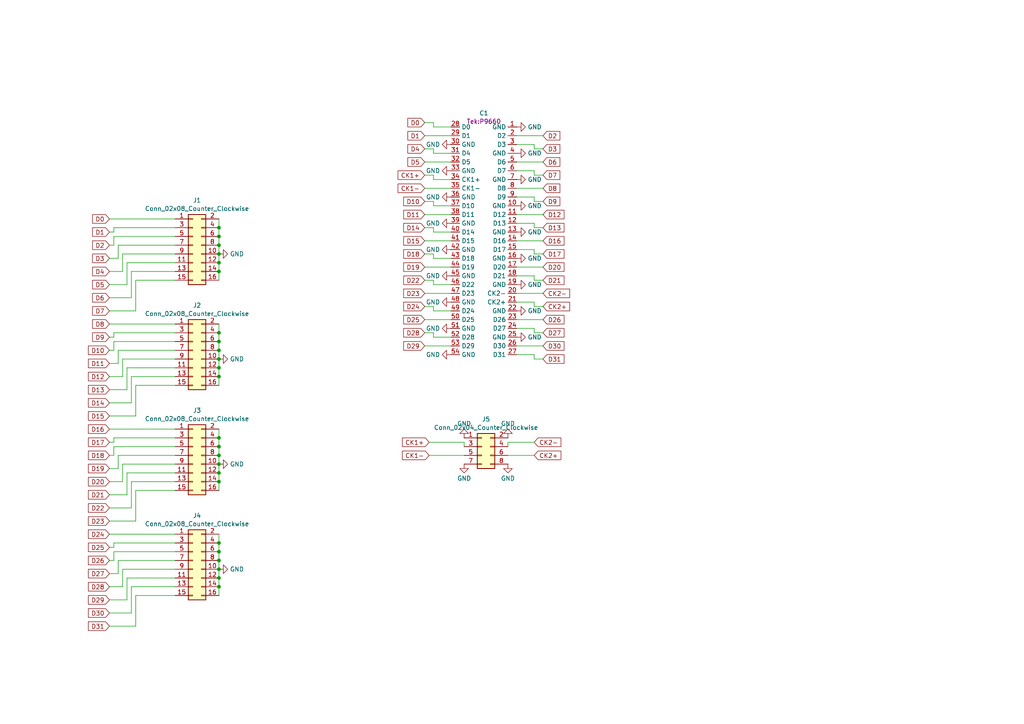
<source format=kicad_sch>
(kicad_sch (version 20231120) (generator "eeschema") (generator_version "8.0")
  (paper "A4")
  (lib_symbols
    (symbol "Connector_Generic:Conn_02x04_Odd_Even" (pin_names (offset 1.016) hide)
      (property "Reference" "J" (at 1.27 5.08 0))
      (property "Value" "Conn_02x04_Odd_Even" (at 1.27 -7.62 0))
      (symbol "Conn_02x04_Odd_Even_1_1"
        (rectangle (start -1.27 -4.953) (end 0 -5.207) (stroke (width 0.1524)))
        (rectangle (start -1.27 -2.413) (end 0 -2.667) (stroke (width 0.1524)))
        (rectangle (start -1.27 0.127) (end 0 -0.127) (stroke (width 0.1524)))
        (rectangle (start -1.27 2.667) (end 0 2.413) (stroke (width 0.1524)))
        (rectangle (start -1.27 3.81) (end 3.81 -6.35) (stroke (width 0.254)) (fill (type background)))
        (rectangle (start 3.81 -4.953) (end 2.54 -5.207) (stroke (width 0.1524)))
        (rectangle (start 3.81 -2.413) (end 2.54 -2.667) (stroke (width 0.1524)))
        (rectangle (start 3.81 0.127) (end 2.54 -0.127) (stroke (width 0.1524)))
        (rectangle (start 3.81 2.667) (end 2.54 2.413) (stroke (width 0.1524)))
        (pin passive line (at -5.08 2.54 0) (length 3.81) (name "Pin_1") (number "1"))
        (pin passive line (at 7.62 2.54 180) (length 3.81) (name "Pin_2") (number "2"))
        (pin passive line (at -5.08 0 0) (length 3.81) (name "Pin_3") (number "3"))
        (pin passive line (at 7.62 0 180) (length 3.81) (name "Pin_4") (number "4"))
        (pin passive line (at -5.08 -2.54 0) (length 3.81) (name "Pin_5") (number "5"))
        (pin passive line (at 7.62 -2.54 180) (length 3.81) (name "Pin_6") (number "6"))
        (pin passive line (at -5.08 -5.08 0) (length 3.81) (name "Pin_7") (number "7"))
        (pin passive line (at 7.62 -5.08 180) (length 3.81) (name "Pin_8") (number "8"))
      )
    )
    (symbol "Connector_Generic:Conn_02x08_Odd_Even" (pin_names (offset 1.016) hide)
      (property "Reference" "J" (at 1.27 10.16 0))
      (property "Value" "Conn_02x08_Odd_Even" (at 1.27 -12.7 0))
      (symbol "Conn_02x08_Odd_Even_1_1"
        (rectangle (start -1.27 -10.033) (end 0 -10.287) (stroke (width 0.1524)))
        (rectangle (start -1.27 -7.493) (end 0 -7.747) (stroke (width 0.1524)))
        (rectangle (start -1.27 -4.953) (end 0 -5.207) (stroke (width 0.1524)))
        (rectangle (start -1.27 -2.413) (end 0 -2.667) (stroke (width 0.1524)))
        (rectangle (start -1.27 0.127) (end 0 -0.127) (stroke (width 0.1524)))
        (rectangle (start -1.27 2.667) (end 0 2.413) (stroke (width 0.1524)))
        (rectangle (start -1.27 5.207) (end 0 4.953) (stroke (width 0.1524)))
        (rectangle (start -1.27 7.747) (end 0 7.493) (stroke (width 0.1524)))
        (rectangle (start -1.27 8.89) (end 3.81 -11.43) (stroke (width 0.254)) (fill (type background)))
        (rectangle (start 3.81 -10.033) (end 2.54 -10.287) (stroke (width 0.1524)))
        (rectangle (start 3.81 -7.493) (end 2.54 -7.747) (stroke (width 0.1524)))
        (rectangle (start 3.81 -4.953) (end 2.54 -5.207) (stroke (width 0.1524)))
        (rectangle (start 3.81 -2.413) (end 2.54 -2.667) (stroke (width 0.1524)))
        (rectangle (start 3.81 0.127) (end 2.54 -0.127) (stroke (width 0.1524)))
        (rectangle (start 3.81 2.667) (end 2.54 2.413) (stroke (width 0.1524)))
        (rectangle (start 3.81 5.207) (end 2.54 4.953) (stroke (width 0.1524)))
        (rectangle (start 3.81 7.747) (end 2.54 7.493) (stroke (width 0.1524)))
        (pin passive line (at -5.08 7.62 0) (length 3.81) (name "Pin_1") (number "1"))
        (pin passive line (at 7.62 -2.54 180) (length 3.81) (name "Pin_10") (number "10"))
        (pin passive line (at -5.08 -5.08 0) (length 3.81) (name "Pin_11") (number "11"))
        (pin passive line (at 7.62 -5.08 180) (length 3.81) (name "Pin_12") (number "12"))
        (pin passive line (at -5.08 -7.62 0) (length 3.81) (name "Pin_13") (number "13"))
        (pin passive line (at 7.62 -7.62 180) (length 3.81) (name "Pin_14") (number "14"))
        (pin passive line (at -5.08 -10.16 0) (length 3.81) (name "Pin_15") (number "15"))
        (pin passive line (at 7.62 -10.16 180) (length 3.81) (name "Pin_16") (number "16"))
        (pin passive line (at 7.62 7.62 180) (length 3.81) (name "Pin_2") (number "2"))
        (pin passive line (at -5.08 5.08 0) (length 3.81) (name "Pin_3") (number "3"))
        (pin passive line (at 7.62 5.08 180) (length 3.81) (name "Pin_4") (number "4"))
        (pin passive line (at -5.08 2.54 0) (length 3.81) (name "Pin_5") (number "5"))
        (pin passive line (at 7.62 2.54 180) (length 3.81) (name "Pin_6") (number "6"))
        (pin passive line (at -5.08 0 0) (length 3.81) (name "Pin_7") (number "7"))
        (pin passive line (at 7.62 0 180) (length 3.81) (name "Pin_8") (number "8"))
        (pin passive line (at -5.08 -2.54 0) (length 3.81) (name "Pin_9") (number "9"))
      )
    )
    (symbol "power:GND" (power) (pin_numbers hide) (pin_names (offset 0) hide)
      (property "Value" "GND" (at 0 -3.81 0))
      (symbol "GND_0_1"
        (polyline (pts (xy 0 0) (xy 0 -1.27) (xy 1.27 -1.27) (xy 0 -2.54) (xy -1.27 -1.27) (xy 0 -1.27)))
      )
      (symbol "GND_1_1"
        (pin power_in line (at 0 0 270) (length 0) (name "~") (number "1"))
      )
    )
    (symbol "tek:P9660"
      (property "Reference" "C" (at 50.8 0 0))
      (property "Footprint" "Tek:P9660" (at 57.912 0.254 0))
      (symbol "P9660_1_1"
        (pin input line (at 3.81 38.1 180) (length 2.54) (name "GND") (number "1"))
        (pin input line (at 3.81 15.24 180) (length 2.54) (name "GND") (number "10"))
        (pin input line (at 3.81 12.7 180) (length 2.54) (name "D12") (number "11"))
        (pin input line (at 3.81 10.16 180) (length 2.54) (name "D13") (number "12"))
        (pin input line (at 3.81 7.62 180) (length 2.54) (name "GND") (number "13"))
        (pin input line (at 3.81 5.08 180) (length 2.54) (name "D16") (number "14"))
        (pin input line (at 3.81 2.54 180) (length 2.54) (name "D17") (number "15"))
        (pin input line (at 3.81 0 180) (length 2.54) (name "GND") (number "16"))
        (pin input line (at 3.81 -2.54 180) (length 2.54) (name "D20") (number "17"))
        (pin input line (at 3.81 -5.08 180) (length 2.54) (name "D21") (number "18"))
        (pin input line (at 3.81 -7.62 180) (length 2.54) (name "GND") (number "19"))
        (pin input line (at 3.81 35.56 180) (length 2.54) (name "D2") (number "2"))
        (pin input line (at 3.81 -10.16 180) (length 2.54) (name "CK2-") (number "20"))
        (pin input line (at 3.81 -12.7 180) (length 2.54) (name "CK2+") (number "21"))
        (pin input line (at 3.81 -15.24 180) (length 2.54) (name "GND") (number "22"))
        (pin input line (at 3.81 -17.78 180) (length 2.54) (name "D26") (number "23"))
        (pin input line (at 3.81 -20.32 180) (length 2.54) (name "D27") (number "24"))
        (pin input line (at 3.81 -22.86 180) (length 2.54) (name "GND") (number "25"))
        (pin input line (at 3.81 -25.4 180) (length 2.54) (name "D30") (number "26"))
        (pin input line (at 3.81 -27.94 180) (length 2.54) (name "D31") (number "27"))
        (pin input line (at -15.24 38.1 0) (length 2.54) (name "D0") (number "28"))
        (pin input line (at -15.24 35.56 0) (length 2.54) (name "D1") (number "29"))
        (pin input line (at 3.81 33.02 180) (length 2.54) (name "D3") (number "3"))
        (pin input line (at -15.24 33.02 0) (length 2.54) (name "GND") (number "30"))
        (pin input line (at -15.24 30.48 0) (length 2.54) (name "D4") (number "31"))
        (pin input line (at -15.24 27.94 0) (length 2.54) (name "D5") (number "32"))
        (pin input line (at -15.24 25.4 0) (length 2.54) (name "GND") (number "33"))
        (pin input line (at -15.24 22.86 0) (length 2.54) (name "CK1+") (number "34"))
        (pin input line (at -15.24 20.32 0) (length 2.54) (name "CK1-") (number "35"))
        (pin input line (at -15.24 17.78 0) (length 2.54) (name "GND") (number "36"))
        (pin input line (at -15.24 15.24 0) (length 2.54) (name "D10") (number "37"))
        (pin input line (at -15.24 12.7 0) (length 2.54) (name "D11") (number "38"))
        (pin input line (at -15.24 10.16 0) (length 2.54) (name "GND") (number "39"))
        (pin input line (at 3.81 30.48 180) (length 2.54) (name "GND") (number "4"))
        (pin input line (at -15.24 7.62 0) (length 2.54) (name "D14") (number "40"))
        (pin input line (at -15.24 5.08 0) (length 2.54) (name "D15") (number "41"))
        (pin input line (at -15.24 2.54 0) (length 2.54) (name "GND") (number "42"))
        (pin input line (at -15.24 0 0) (length 2.54) (name "D18") (number "43"))
        (pin input line (at -15.24 -2.54 0) (length 2.54) (name "D19") (number "44"))
        (pin input line (at -15.24 -5.08 0) (length 2.54) (name "GND") (number "45"))
        (pin input line (at -15.24 -7.62 0) (length 2.54) (name "D22") (number "46"))
        (pin input line (at -15.24 -10.16 0) (length 2.54) (name "D23") (number "47"))
        (pin input line (at -15.24 -12.7 0) (length 2.54) (name "GND") (number "48"))
        (pin input line (at -15.24 -15.24 0) (length 2.54) (name "D24") (number "49"))
        (pin input line (at 3.81 27.94 180) (length 2.54) (name "D6") (number "5"))
        (pin input line (at -15.24 -17.78 0) (length 2.54) (name "D25") (number "50"))
        (pin input line (at -15.24 -20.32 0) (length 2.54) (name "GND") (number "51"))
        (pin input line (at -15.24 -22.86 0) (length 2.54) (name "D28") (number "52"))
        (pin input line (at -15.24 -25.4 0) (length 2.54) (name "D29") (number "53"))
        (pin input line (at -15.24 -27.94 0) (length 2.54) (name "GND") (number "54"))
        (pin input line (at 3.81 25.4 180) (length 2.54) (name "D7") (number "6"))
        (pin input line (at 3.81 22.86 180) (length 2.54) (name "GND") (number "7"))
        (pin input line (at 3.81 20.32 180) (length 2.54) (name "D8") (number "8"))
        (pin input line (at 3.81 17.78 180) (length 2.54) (name "D9") (number "9"))
      )
    )
  )
  (junction (at 63.5 162.56))
  (junction (at 63.5 68.58))
  (junction (at 63.5 73.66))
  (junction (at 63.5 104.14))
  (junction (at 63.5 129.54))
  (junction (at 63.5 165.1))
  (junction (at 63.5 139.7))
  (junction (at 63.5 132.08))
  (junction (at 63.5 167.64))
  (junction (at 63.5 96.52))
  (junction (at 63.5 127))
  (junction (at 63.5 101.6))
  (junction (at 63.5 99.06))
  (junction (at 63.5 157.48))
  (junction (at 63.5 109.22))
  (junction (at 63.5 106.68))
  (junction (at 63.5 170.18))
  (junction (at 63.5 76.2))
  (junction (at 63.5 78.74))
  (junction (at 63.5 137.16))
  (junction (at 63.5 66.04))
  (junction (at 63.5 71.12))
  (junction (at 63.5 134.62))
  (junction (at 63.5 160.02))
  (wire (pts (xy 33.02 96.52) (xy 50.8 96.52)))
  (wire (pts (xy 39.37 172.72) (xy 50.8 172.72)))
  (wire (pts (xy 31.75 166.37) (xy 34.29 166.37)))
  (wire (pts (xy 39.37 120.65) (xy 39.37 111.76)))
  (wire (pts (xy 154.94 96.52) (xy 154.94 95.25)))
  (wire (pts (xy 123.19 88.9) (xy 125.73 88.9)))
  (wire (pts (xy 38.1 177.8) (xy 38.1 170.18)))
  (wire (pts (xy 31.75 78.74) (xy 35.56 78.74)))
  (wire (pts (xy 154.94 41.91) (xy 149.86 41.91)))
  (wire (pts (xy 33.02 157.48) (xy 50.8 157.48)))
  (wire (pts (xy 154.94 66.04) (xy 154.94 64.77)))
  (wire (pts (xy 123.19 81.28) (xy 125.73 81.28)))
  (wire (pts (xy 157.48 81.28) (xy 154.94 81.28)))
  (wire (pts (xy 36.83 113.03) (xy 36.83 106.68)))
  (wire (pts (xy 154.94 87.63) (xy 149.86 87.63)))
  (wire (pts (xy 154.94 102.87) (xy 149.86 102.87)))
  (wire (pts (xy 157.48 69.85) (xy 149.86 69.85)))
  (wire (pts (xy 63.5 78.74) (xy 63.5 81.28)))
  (wire (pts (xy 31.75 97.79) (xy 33.02 97.79)))
  (wire (pts (xy 63.5 106.68) (xy 63.5 109.22)))
  (wire (pts (xy 31.75 139.7) (xy 35.56 139.7)))
  (wire (pts (xy 154.94 104.14) (xy 154.94 102.87)))
  (wire (pts (xy 123.19 46.99) (xy 130.81 46.99)))
  (wire (pts (xy 34.29 105.41) (xy 34.29 101.6)))
  (wire (pts (xy 63.5 134.62) (xy 63.5 137.16)))
  (wire (pts (xy 34.29 135.89) (xy 34.29 132.08)))
  (wire (pts (xy 63.5 99.06) (xy 63.5 101.6)))
  (wire (pts (xy 36.83 143.51) (xy 36.83 137.16)))
  (wire (pts (xy 31.75 143.51) (xy 36.83 143.51)))
  (wire (pts (xy 34.29 166.37) (xy 34.29 162.56)))
  (wire (pts (xy 123.19 50.8) (xy 125.73 50.8)))
  (wire (pts (xy 157.48 50.8) (xy 154.94 50.8)))
  (wire (pts (xy 38.1 109.22) (xy 50.8 109.22)))
  (wire (pts (xy 63.5 68.58) (xy 63.5 71.12)))
  (wire (pts (xy 154.94 128.27) (xy 147.32 128.27)))
  (wire (pts (xy 63.5 165.1) (xy 63.5 167.64)))
  (wire (pts (xy 63.5 129.54) (xy 63.5 132.08)))
  (wire (pts (xy 123.19 69.85) (xy 130.81 69.85)))
  (wire (pts (xy 31.75 151.13) (xy 39.37 151.13)))
  (wire (pts (xy 38.1 78.74) (xy 50.8 78.74)))
  (wire (pts (xy 31.75 63.5) (xy 50.8 63.5)))
  (wire (pts (xy 157.48 73.66) (xy 154.94 73.66)))
  (wire (pts (xy 157.48 88.9) (xy 154.94 88.9)))
  (wire (pts (xy 125.73 43.18) (xy 125.73 44.45)))
  (wire (pts (xy 124.46 132.08) (xy 134.62 132.08)))
  (wire (pts (xy 157.48 85.09) (xy 149.86 85.09)))
  (wire (pts (xy 34.29 101.6) (xy 50.8 101.6)))
  (wire (pts (xy 154.94 88.9) (xy 154.94 87.63)))
  (wire (pts (xy 154.94 50.8) (xy 154.94 49.53)))
  (wire (pts (xy 123.19 39.37) (xy 130.81 39.37)))
  (wire (pts (xy 31.75 86.36) (xy 38.1 86.36)))
  (wire (pts (xy 39.37 90.17) (xy 39.37 81.28)))
  (wire (pts (xy 31.75 93.98) (xy 50.8 93.98)))
  (wire (pts (xy 63.5 109.22) (xy 63.5 111.76)))
  (wire (pts (xy 154.94 58.42) (xy 154.94 57.15)))
  (wire (pts (xy 38.1 86.36) (xy 38.1 78.74)))
  (wire (pts (xy 33.02 128.27) (xy 33.02 127)))
  (wire (pts (xy 31.75 116.84) (xy 38.1 116.84)))
  (wire (pts (xy 125.73 74.93) (xy 130.81 74.93)))
  (wire (pts (xy 63.5 137.16) (xy 63.5 139.7)))
  (wire (pts (xy 31.75 147.32) (xy 38.1 147.32)))
  (wire (pts (xy 36.83 106.68) (xy 50.8 106.68)))
  (wire (pts (xy 33.02 158.75) (xy 33.02 157.48)))
  (wire (pts (xy 63.5 154.94) (xy 63.5 157.48)))
  (wire (pts (xy 33.02 132.08) (xy 33.02 129.54)))
  (wire (pts (xy 35.56 104.14) (xy 50.8 104.14)))
  (wire (pts (xy 125.73 67.31) (xy 130.81 67.31)))
  (wire (pts (xy 31.75 113.03) (xy 36.83 113.03)))
  (wire (pts (xy 31.75 90.17) (xy 39.37 90.17)))
  (wire (pts (xy 123.19 92.71) (xy 130.81 92.71)))
  (wire (pts (xy 31.75 135.89) (xy 34.29 135.89)))
  (wire (pts (xy 31.75 154.94) (xy 50.8 154.94)))
  (wire (pts (xy 33.02 99.06) (xy 50.8 99.06)))
  (wire (pts (xy 157.48 100.33) (xy 149.86 100.33)))
  (wire (pts (xy 63.5 96.52) (xy 63.5 99.06)))
  (wire (pts (xy 125.73 52.07) (xy 130.81 52.07)))
  (wire (pts (xy 123.19 73.66) (xy 125.73 73.66)))
  (wire (pts (xy 33.02 66.04) (xy 50.8 66.04)))
  (wire (pts (xy 34.29 74.93) (xy 34.29 71.12)))
  (wire (pts (xy 33.02 68.58) (xy 50.8 68.58)))
  (wire (pts (xy 157.48 46.99) (xy 149.86 46.99)))
  (wire (pts (xy 63.5 132.08) (xy 63.5 134.62)))
  (wire (pts (xy 36.83 167.64) (xy 50.8 167.64)))
  (wire (pts (xy 63.5 63.5) (xy 63.5 66.04)))
  (wire (pts (xy 31.75 124.46) (xy 50.8 124.46)))
  (wire (pts (xy 31.75 132.08) (xy 33.02 132.08)))
  (wire (pts (xy 33.02 162.56) (xy 33.02 160.02)))
  (wire (pts (xy 31.75 177.8) (xy 38.1 177.8)))
  (wire (pts (xy 31.75 109.22) (xy 35.56 109.22)))
  (wire (pts (xy 33.02 160.02) (xy 50.8 160.02)))
  (wire (pts (xy 63.5 127) (xy 63.5 129.54)))
  (wire (pts (xy 123.19 43.18) (xy 125.73 43.18)))
  (wire (pts (xy 123.19 66.04) (xy 125.73 66.04)))
  (wire (pts (xy 147.32 128.27) (xy 147.32 129.54)))
  (wire (pts (xy 123.19 100.33) (xy 130.81 100.33)))
  (wire (pts (xy 31.75 128.27) (xy 33.02 128.27)))
  (wire (pts (xy 33.02 127) (xy 50.8 127)))
  (wire (pts (xy 38.1 139.7) (xy 50.8 139.7)))
  (wire (pts (xy 36.83 82.55) (xy 36.83 76.2)))
  (wire (pts (xy 123.19 35.56) (xy 125.73 35.56)))
  (wire (pts (xy 33.02 67.31) (xy 33.02 66.04)))
  (wire (pts (xy 154.94 43.18) (xy 154.94 41.91)))
  (wire (pts (xy 31.75 120.65) (xy 39.37 120.65)))
  (wire (pts (xy 125.73 97.79) (xy 130.81 97.79)))
  (wire (pts (xy 154.94 81.28) (xy 154.94 80.01)))
  (wire (pts (xy 154.94 95.25) (xy 149.86 95.25)))
  (wire (pts (xy 125.73 88.9) (xy 125.73 90.17)))
  (wire (pts (xy 123.19 62.23) (xy 130.81 62.23)))
  (wire (pts (xy 39.37 81.28) (xy 50.8 81.28)))
  (wire (pts (xy 125.73 66.04) (xy 125.73 67.31)))
  (wire (pts (xy 31.75 170.18) (xy 35.56 170.18)))
  (wire (pts (xy 35.56 109.22) (xy 35.56 104.14)))
  (wire (pts (xy 31.75 74.93) (xy 34.29 74.93)))
  (wire (pts (xy 154.94 64.77) (xy 149.86 64.77)))
  (wire (pts (xy 33.02 71.12) (xy 33.02 68.58)))
  (wire (pts (xy 63.5 170.18) (xy 63.5 172.72)))
  (wire (pts (xy 125.73 81.28) (xy 125.73 82.55)))
  (wire (pts (xy 63.5 160.02) (xy 63.5 162.56)))
  (wire (pts (xy 63.5 101.6) (xy 63.5 104.14)))
  (wire (pts (xy 154.94 73.66) (xy 154.94 72.39)))
  (wire (pts (xy 63.5 104.14) (xy 63.5 106.68)))
  (wire (pts (xy 154.94 80.01) (xy 149.86 80.01)))
  (wire (pts (xy 123.19 77.47) (xy 130.81 77.47)))
  (wire (pts (xy 35.56 78.74) (xy 35.56 73.66)))
  (wire (pts (xy 39.37 111.76) (xy 50.8 111.76)))
  (wire (pts (xy 154.94 72.39) (xy 149.86 72.39)))
  (wire (pts (xy 157.48 92.71) (xy 149.86 92.71)))
  (wire (pts (xy 124.46 128.27) (xy 134.62 128.27)))
  (wire (pts (xy 35.56 165.1) (xy 50.8 165.1)))
  (wire (pts (xy 157.48 62.23) (xy 149.86 62.23)))
  (wire (pts (xy 154.94 57.15) (xy 149.86 57.15)))
  (wire (pts (xy 35.56 170.18) (xy 35.56 165.1)))
  (wire (pts (xy 154.94 49.53) (xy 149.86 49.53)))
  (wire (pts (xy 63.5 139.7) (xy 63.5 142.24)))
  (wire (pts (xy 123.19 54.61) (xy 130.81 54.61)))
  (wire (pts (xy 34.29 132.08) (xy 50.8 132.08)))
  (wire (pts (xy 31.75 82.55) (xy 36.83 82.55)))
  (wire (pts (xy 157.48 104.14) (xy 154.94 104.14)))
  (wire (pts (xy 33.02 97.79) (xy 33.02 96.52)))
  (wire (pts (xy 123.19 58.42) (xy 125.73 58.42)))
  (wire (pts (xy 38.1 116.84) (xy 38.1 109.22)))
  (wire (pts (xy 31.75 181.61) (xy 39.37 181.61)))
  (wire (pts (xy 33.02 101.6) (xy 33.02 99.06)))
  (wire (pts (xy 123.19 96.52) (xy 125.73 96.52)))
  (wire (pts (xy 33.02 129.54) (xy 50.8 129.54)))
  (wire (pts (xy 63.5 157.48) (xy 63.5 160.02)))
  (wire (pts (xy 63.5 73.66) (xy 63.5 76.2)))
  (wire (pts (xy 31.75 71.12) (xy 33.02 71.12)))
  (wire (pts (xy 125.73 59.69) (xy 130.81 59.69)))
  (wire (pts (xy 63.5 66.04) (xy 63.5 68.58)))
  (wire (pts (xy 125.73 73.66) (xy 125.73 74.93)))
  (wire (pts (xy 63.5 93.98) (xy 63.5 96.52)))
  (wire (pts (xy 63.5 124.46) (xy 63.5 127)))
  (wire (pts (xy 31.75 162.56) (xy 33.02 162.56)))
  (wire (pts (xy 125.73 44.45) (xy 130.81 44.45)))
  (wire (pts (xy 35.56 73.66) (xy 50.8 73.66)))
  (wire (pts (xy 125.73 82.55) (xy 130.81 82.55)))
  (wire (pts (xy 38.1 147.32) (xy 38.1 139.7)))
  (wire (pts (xy 63.5 71.12) (xy 63.5 73.66)))
  (wire (pts (xy 125.73 50.8) (xy 125.73 52.07)))
  (wire (pts (xy 157.48 77.47) (xy 149.86 77.47)))
  (wire (pts (xy 31.75 158.75) (xy 33.02 158.75)))
  (wire (pts (xy 123.19 85.09) (xy 130.81 85.09)))
  (wire (pts (xy 63.5 162.56) (xy 63.5 165.1)))
  (wire (pts (xy 31.75 105.41) (xy 34.29 105.41)))
  (wire (pts (xy 36.83 173.99) (xy 36.83 167.64)))
  (wire (pts (xy 36.83 76.2) (xy 50.8 76.2)))
  (wire (pts (xy 38.1 170.18) (xy 50.8 170.18)))
  (wire (pts (xy 39.37 142.24) (xy 50.8 142.24)))
  (wire (pts (xy 39.37 151.13) (xy 39.37 142.24)))
  (wire (pts (xy 35.56 139.7) (xy 35.56 134.62)))
  (wire (pts (xy 34.29 162.56) (xy 50.8 162.56)))
  (wire (pts (xy 39.37 181.61) (xy 39.37 172.72)))
  (wire (pts (xy 157.48 39.37) (xy 149.86 39.37)))
  (wire (pts (xy 35.56 134.62) (xy 50.8 134.62)))
  (wire (pts (xy 134.62 128.27) (xy 134.62 129.54)))
  (wire (pts (xy 63.5 167.64) (xy 63.5 170.18)))
  (wire (pts (xy 147.32 132.08) (xy 154.94 132.08)))
  (wire (pts (xy 125.73 90.17) (xy 130.81 90.17)))
  (wire (pts (xy 157.48 43.18) (xy 154.94 43.18)))
  (wire (pts (xy 31.75 101.6) (xy 33.02 101.6)))
  (wire (pts (xy 34.29 71.12) (xy 50.8 71.12)))
  (wire (pts (xy 125.73 96.52) (xy 125.73 97.79)))
  (wire (pts (xy 157.48 54.61) (xy 149.86 54.61)))
  (wire (pts (xy 157.48 96.52) (xy 154.94 96.52)))
  (wire (pts (xy 125.73 58.42) (xy 125.73 59.69)))
  (wire (pts (xy 125.73 35.56) (xy 125.73 36.83)))
  (wire (pts (xy 125.73 36.83) (xy 130.81 36.83)))
  (wire (pts (xy 63.5 76.2) (xy 63.5 78.74)))
  (wire (pts (xy 31.75 67.31) (xy 33.02 67.31)))
  (wire (pts (xy 157.48 66.04) (xy 154.94 66.04)))
  (wire (pts (xy 36.83 137.16) (xy 50.8 137.16)))
  (wire (pts (xy 157.48 58.42) (xy 154.94 58.42)))
  (wire (pts (xy 31.75 173.99) (xy 36.83 173.99)))
  (global_label "D12" (shape input) (at 157.48 62.23 0) (property "Intersheetrefs" "${INTERSHEET_REFS}" (effects (hide yes))))
  (global_label "D15" (shape input) (at 123.19 69.85 180) (property "Intersheetrefs" "${INTERSHEET_REFS}" (effects (hide yes))))
  (global_label "D14" (shape input) (at 31.75 116.84 180) (property "Intersheetrefs" "${INTERSHEET_REFS}" (effects (hide yes))))
  (global_label "D13" (shape input) (at 31.75 113.03 180) (property "Intersheetrefs" "${INTERSHEET_REFS}" (effects (hide yes))))
  (global_label "D20" (shape input) (at 157.48 77.47 0) (property "Intersheetrefs" "${INTERSHEET_REFS}" (effects (hide yes))))
  (global_label "D23" (shape input) (at 123.19 85.09 180) (property "Intersheetrefs" "${INTERSHEET_REFS}" (effects (hide yes))))
  (global_label "D31" (shape input) (at 157.48 104.14 0) (property "Intersheetrefs" "${INTERSHEET_REFS}" (effects (hide yes))))
  (global_label "D6" (shape input) (at 31.75 86.36 180) (property "Intersheetrefs" "${INTERSHEET_REFS}" (effects (hide yes))))
  (global_label "D22" (shape input) (at 123.19 81.28 180) (property "Intersheetrefs" "${INTERSHEET_REFS}" (effects (hide yes))))
  (global_label "D16" (shape input) (at 31.75 124.46 180) (property "Intersheetrefs" "${INTERSHEET_REFS}" (effects (hide yes))))
  (global_label "D29" (shape input) (at 31.75 173.99 180) (property "Intersheetrefs" "${INTERSHEET_REFS}" (effects (hide yes))))
  (global_label "D19" (shape input) (at 123.19 77.47 180) (property "Intersheetrefs" "${INTERSHEET_REFS}" (effects (hide yes))))
  (global_label "D28" (shape input) (at 31.75 170.18 180) (property "Intersheetrefs" "${INTERSHEET_REFS}" (effects (hide yes))))
  (global_label "D1" (shape input) (at 123.19 39.37 180) (property "Intersheetrefs" "${INTERSHEET_REFS}" (effects (hide yes))))
  (global_label "D16" (shape input) (at 157.48 69.85 0) (property "Intersheetrefs" "${INTERSHEET_REFS}" (effects (hide yes))))
  (global_label "D17" (shape input) (at 157.48 73.66 0) (property "Intersheetrefs" "${INTERSHEET_REFS}" (effects (hide yes))))
  (global_label "D28" (shape input) (at 123.19 96.52 180) (property "Intersheetrefs" "${INTERSHEET_REFS}" (effects (hide yes))))
  (global_label "D2" (shape input) (at 157.48 39.37 0) (property "Intersheetrefs" "${INTERSHEET_REFS}" (effects (hide yes))))
  (global_label "D17" (shape input) (at 31.75 128.27 180) (property "Intersheetrefs" "${INTERSHEET_REFS}" (effects (hide yes))))
  (global_label "CK2-" (shape input) (at 157.48 85.09 0) (property "Intersheetrefs" "${INTERSHEET_REFS}" (effects (hide yes))))
  (global_label "D25" (shape input) (at 31.75 158.75 180) (property "Intersheetrefs" "${INTERSHEET_REFS}" (effects (hide yes))))
  (global_label "D19" (shape input) (at 31.75 135.89 180) (property "Intersheetrefs" "${INTERSHEET_REFS}" (effects (hide yes))))
  (global_label "CK2-" (shape input) (at 154.94 128.27 0) (property "Intersheetrefs" "${INTERSHEET_REFS}" (effects (hide yes))))
  (global_label "D31" (shape input) (at 31.75 181.61 180) (property "Intersheetrefs" "${INTERSHEET_REFS}" (effects (hide yes))))
  (global_label "D12" (shape input) (at 31.75 109.22 180) (property "Intersheetrefs" "${INTERSHEET_REFS}" (effects (hide yes))))
  (global_label "D15" (shape input) (at 31.75 120.65 180) (property "Intersheetrefs" "${INTERSHEET_REFS}" (effects (hide yes))))
  (global_label "D10" (shape input) (at 123.19 58.42 180) (property "Intersheetrefs" "${INTERSHEET_REFS}" (effects (hide yes))))
  (global_label "D13" (shape input) (at 157.48 66.04 0) (property "Intersheetrefs" "${INTERSHEET_REFS}" (effects (hide yes))))
  (global_label "D0" (shape input) (at 31.75 63.5 180) (property "Intersheetrefs" "${INTERSHEET_REFS}" (effects (hide yes))))
  (global_label "D18" (shape input) (at 123.19 73.66 180) (property "Intersheetrefs" "${INTERSHEET_REFS}" (effects (hide yes))))
  (global_label "D18" (shape input) (at 31.75 132.08 180) (property "Intersheetrefs" "${INTERSHEET_REFS}" (effects (hide yes))))
  (global_label "D0" (shape input) (at 123.19 35.56 180) (property "Intersheetrefs" "${INTERSHEET_REFS}" (effects (hide yes))))
  (global_label "D20" (shape input) (at 31.75 139.7 180) (property "Intersheetrefs" "${INTERSHEET_REFS}" (effects (hide yes))))
  (global_label "D9" (shape input) (at 31.75 97.79 180) (property "Intersheetrefs" "${INTERSHEET_REFS}" (effects (hide yes))))
  (global_label "D7" (shape input) (at 157.48 50.8 0) (property "Intersheetrefs" "${INTERSHEET_REFS}" (effects (hide yes))))
  (global_label "D25" (shape input) (at 123.19 92.71 180) (property "Intersheetrefs" "${INTERSHEET_REFS}" (effects (hide yes))))
  (global_label "D29" (shape input) (at 123.19 100.33 180) (property "Intersheetrefs" "${INTERSHEET_REFS}" (effects (hide yes))))
  (global_label "CK1+" (shape input) (at 124.46 128.27 180) (property "Intersheetrefs" "${INTERSHEET_REFS}" (effects (hide yes))))
  (global_label "CK1+" (shape input) (at 123.19 50.8 180) (property "Intersheetrefs" "${INTERSHEET_REFS}" (effects (hide yes))))
  (global_label "D4" (shape input) (at 31.75 78.74 180) (property "Intersheetrefs" "${INTERSHEET_REFS}" (effects (hide yes))))
  (global_label "CK2+" (shape input) (at 157.48 88.9 0) (property "Intersheetrefs" "${INTERSHEET_REFS}" (effects (hide yes))))
  (global_label "D21" (shape input) (at 157.48 81.28 0) (property "Intersheetrefs" "${INTERSHEET_REFS}" (effects (hide yes))))
  (global_label "D5" (shape input) (at 31.75 82.55 180) (property "Intersheetrefs" "${INTERSHEET_REFS}" (effects (hide yes))))
  (global_label "D7" (shape input) (at 31.75 90.17 180) (property "Intersheetrefs" "${INTERSHEET_REFS}" (effects (hide yes))))
  (global_label "D24" (shape input) (at 31.75 154.94 180) (property "Intersheetrefs" "${INTERSHEET_REFS}" (effects (hide yes))))
  (global_label "D26" (shape input) (at 31.75 162.56 180) (property "Intersheetrefs" "${INTERSHEET_REFS}" (effects (hide yes))))
  (global_label "D4" (shape input) (at 123.19 43.18 180) (property "Intersheetrefs" "${INTERSHEET_REFS}" (effects (hide yes))))
  (global_label "D26" (shape input) (at 157.48 92.71 0) (property "Intersheetrefs" "${INTERSHEET_REFS}" (effects (hide yes))))
  (global_label "CK2+" (shape input) (at 154.94 132.08 0) (property "Intersheetrefs" "${INTERSHEET_REFS}" (effects (hide yes))))
  (global_label "D11" (shape input) (at 123.19 62.23 180) (property "Intersheetrefs" "${INTERSHEET_REFS}" (effects (hide yes))))
  (global_label "D6" (shape input) (at 157.48 46.99 0) (property "Intersheetrefs" "${INTERSHEET_REFS}" (effects (hide yes))))
  (global_label "D3" (shape input) (at 31.75 74.93 180) (property "Intersheetrefs" "${INTERSHEET_REFS}" (effects (hide yes))))
  (global_label "D3" (shape input) (at 157.48 43.18 0) (property "Intersheetrefs" "${INTERSHEET_REFS}" (effects (hide yes))))
  (global_label "CK1-" (shape input) (at 123.19 54.61 180) (property "Intersheetrefs" "${INTERSHEET_REFS}" (effects (hide yes))))
  (global_label "D8" (shape input) (at 157.48 54.61 0) (property "Intersheetrefs" "${INTERSHEET_REFS}" (effects (hide yes))))
  (global_label "D27" (shape input) (at 31.75 166.37 180) (property "Intersheetrefs" "${INTERSHEET_REFS}" (effects (hide yes))))
  (global_label "D2" (shape input) (at 31.75 71.12 180) (property "Intersheetrefs" "${INTERSHEET_REFS}" (effects (hide yes))))
  (global_label "D30" (shape input) (at 157.48 100.33 0) (property "Intersheetrefs" "${INTERSHEET_REFS}" (effects (hide yes))))
  (global_label "D9" (shape input) (at 157.48 58.42 0) (property "Intersheetrefs" "${INTERSHEET_REFS}" (effects (hide yes))))
  (global_label "D10" (shape input) (at 31.75 101.6 180) (property "Intersheetrefs" "${INTERSHEET_REFS}" (effects (hide yes))))
  (global_label "D30" (shape input) (at 31.75 177.8 180) (property "Intersheetrefs" "${INTERSHEET_REFS}" (effects (hide yes))))
  (global_label "D14" (shape input) (at 123.19 66.04 180) (property "Intersheetrefs" "${INTERSHEET_REFS}" (effects (hide yes))))
  (global_label "D27" (shape input) (at 157.48 96.52 0) (property "Intersheetrefs" "${INTERSHEET_REFS}" (effects (hide yes))))
  (global_label "D1" (shape input) (at 31.75 67.31 180) (property "Intersheetrefs" "${INTERSHEET_REFS}" (effects (hide yes))))
  (global_label "D8" (shape input) (at 31.75 93.98 180) (property "Intersheetrefs" "${INTERSHEET_REFS}" (effects (hide yes))))
  (global_label "D5" (shape input) (at 123.19 46.99 180) (property "Intersheetrefs" "${INTERSHEET_REFS}" (effects (hide yes))))
  (global_label "D23" (shape input) (at 31.75 151.13 180) (property "Intersheetrefs" "${INTERSHEET_REFS}" (effects (hide yes))))
  (global_label "D21" (shape input) (at 31.75 143.51 180) (property "Intersheetrefs" "${INTERSHEET_REFS}" (effects (hide yes))))
  (global_label "D22" (shape input) (at 31.75 147.32 180) (property "Intersheetrefs" "${INTERSHEET_REFS}" (effects (hide yes))))
  (global_label "CK1-" (shape input) (at 124.46 132.08 180) (property "Intersheetrefs" "${INTERSHEET_REFS}" (effects (hide yes))))
  (global_label "D24" (shape input) (at 123.19 88.9 180) (property "Intersheetrefs" "${INTERSHEET_REFS}" (effects (hide yes))))
  (global_label "D11" (shape input) (at 31.75 105.41 180) (property "Intersheetrefs" "${INTERSHEET_REFS}" (effects (hide yes))))
  (symbol (lib_id "power:GND") (at 149.86 74.93 90) (unit 1)
    (property "Reference" "#PWR013" (effects (hide yes)))
    (property "Value" "GND" (at 153.035 74.93 90) (effects (justify right)))
    (property "Description" "Power symbol creates a global label with name \"GND\" , ground" (effects (hide yes)))
  )
  (symbol (lib_id "power:GND") (at 130.81 41.91 270) (unit 1)
    (property "Reference" "#PWR01" (effects (hide yes)))
    (property "Value" "GND" (at 127.6351 41.91 90) (effects (justify right)))
    (property "Description" "Power symbol creates a global label with name \"GND\" , ground" (effects (hide yes)))
  )
  (symbol (lib_id "power:GND") (at 130.81 102.87 270) (unit 1)
    (property "Reference" "#PWR09" (effects (hide yes)))
    (property "Value" "GND" (at 127.6351 102.87 90) (effects (justify right)))
    (property "Description" "Power symbol creates a global label with name \"GND\" , ground" (effects (hide yes)))
  )
  (symbol (lib_id "power:GND") (at 134.62 127 180) (unit 1)
    (property "Reference" "#PWR024" (effects (hide yes)))
    (property "Value" "GND" (at 134.62 122.8669 0))
    (property "Description" "Power symbol creates a global label with name \"GND\" , ground" (effects (hide yes)))
  )
  (symbol (lib_id "power:GND") (at 134.62 134.62 0) (unit 1)
    (property "Reference" "#PWR025" (effects (hide yes)))
    (property "Value" "GND" (at 134.62 138.7531 0))
    (property "Description" "Power symbol creates a global label with name \"GND\" , ground" (effects (hide yes)))
  )
  (symbol (lib_id "power:GND") (at 147.32 134.62 0) (unit 1)
    (property "Reference" "#PWR026" (effects (hide yes)))
    (property "Value" "GND" (at 147.32 138.7531 0))
    (property "Description" "Power symbol creates a global label with name \"GND\" , ground" (effects (hide yes)))
  )
  (symbol (lib_id "power:GND") (at 130.81 64.77 270) (unit 1)
    (property "Reference" "#PWR04" (effects (hide yes)))
    (property "Value" "GND" (at 127.6351 64.77 90) (effects (justify right)))
    (property "Description" "Power symbol creates a global label with name \"GND\" , ground" (effects (hide yes)))
  )
  (symbol (lib_id "Connector_Generic:Conn_02x08_Odd_Even") (at 55.88 101.6 0) (unit 1)
    (property "Reference" "J2" (at 57.15 88.5655 0))
    (property "Value" "Conn_02x08_Counter_Clockwise" (at 57.15 90.9898 0))
    (property "Footprint" "Connector_PinHeader_2.54mm:PinHeader_2x08_P2.54mm_Vertical" (effects (hide yes)))
    (property "Description" "Generic connector, double row, 02x08, odd/even pin numbering scheme (row 1 odd numbers, row 2 even numbers), script generated (kicad-library-utils/schlib/autogen/connector/)" (effects (hide yes)))
  )
  (symbol (lib_id "power:GND") (at 149.86 36.83 90) (unit 1)
    (property "Reference" "#PWR018" (effects (hide yes)))
    (property "Value" "GND" (at 153.035 36.83 90) (effects (justify right)))
    (property "Description" "Power symbol creates a global label with name \"GND\" , ground" (effects (hide yes)))
  )
  (symbol (lib_id "power:GND") (at 147.32 127 180) (unit 1)
    (property "Reference" "#PWR023" (effects (hide yes)))
    (property "Value" "GND" (at 147.32 122.8669 0))
    (property "Description" "Power symbol creates a global label with name \"GND\" , ground" (effects (hide yes)))
  )
  (symbol (lib_id "power:GND") (at 149.86 52.07 90) (unit 1)
    (property "Reference" "#PWR016" (effects (hide yes)))
    (property "Value" "GND" (at 153.035 52.07 90) (effects (justify right)))
    (property "Description" "Power symbol creates a global label with name \"GND\" , ground" (effects (hide yes)))
  )
  (symbol (lib_id "power:GND") (at 149.86 97.79 90) (unit 1)
    (property "Reference" "#PWR010" (effects (hide yes)))
    (property "Value" "GND" (at 153.035 97.79 90) (effects (justify right)))
    (property "Description" "Power symbol creates a global label with name \"GND\" , ground" (effects (hide yes)))
  )
  (symbol (lib_id "power:GND") (at 130.81 87.63 270) (unit 1)
    (property "Reference" "#PWR07" (effects (hide yes)))
    (property "Value" "GND" (at 127.6351 87.63 90) (effects (justify right)))
    (property "Description" "Power symbol creates a global label with name \"GND\" , ground" (effects (hide yes)))
  )
  (symbol (lib_id "power:GND") (at 130.81 80.01 270) (unit 1)
    (property "Reference" "#PWR06" (effects (hide yes)))
    (property "Value" "GND" (at 127.6351 80.01 90) (effects (justify right)))
    (property "Description" "Power symbol creates a global label with name \"GND\" , ground" (effects (hide yes)))
  )
  (symbol (lib_id "power:GND") (at 149.86 67.31 90) (unit 1)
    (property "Reference" "#PWR014" (effects (hide yes)))
    (property "Value" "GND" (at 153.035 67.31 90) (effects (justify right)))
    (property "Description" "Power symbol creates a global label with name \"GND\" , ground" (effects (hide yes)))
  )
  (symbol (lib_id "power:GND") (at 63.5 73.66 90) (unit 1)
    (property "Reference" "#PWR019" (effects (hide yes)))
    (property "Value" "GND" (at 66.675 73.66 90) (effects (justify right)))
    (property "Description" "Power symbol creates a global label with name \"GND\" , ground" (effects (hide yes)))
  )
  (symbol (lib_id "power:GND") (at 149.86 59.69 90) (unit 1)
    (property "Reference" "#PWR015" (effects (hide yes)))
    (property "Value" "GND" (at 153.035 59.69 90) (effects (justify right)))
    (property "Description" "Power symbol creates a global label with name \"GND\" , ground" (effects (hide yes)))
  )
  (symbol (lib_id "power:GND") (at 130.81 57.15 270) (unit 1)
    (property "Reference" "#PWR03" (effects (hide yes)))
    (property "Value" "GND" (at 127.6351 57.15 90) (effects (justify right)))
    (property "Description" "Power symbol creates a global label with name \"GND\" , ground" (effects (hide yes)))
  )
  (symbol (lib_id "Connector_Generic:Conn_02x08_Odd_Even") (at 55.88 71.12 0) (unit 1)
    (property "Reference" "J1" (at 57.15 58.0855 0))
    (property "Value" "Conn_02x08_Counter_Clockwise" (at 57.15 60.5098 0))
    (property "Footprint" "Connector_PinHeader_2.54mm:PinHeader_2x08_P2.54mm_Vertical" (effects (hide yes)))
    (property "Description" "Generic connector, double row, 02x08, odd/even pin numbering scheme (row 1 odd numbers, row 2 even numbers), script generated (kicad-library-utils/schlib/autogen/connector/)" (effects (hide yes)))
  )
  (symbol (lib_id "power:GND") (at 130.81 49.53 270) (unit 1)
    (property "Reference" "#PWR02" (effects (hide yes)))
    (property "Value" "GND" (at 127.6351 49.53 90) (effects (justify right)))
    (property "Description" "Power symbol creates a global label with name \"GND\" , ground" (effects (hide yes)))
  )
  (symbol (lib_id "power:GND") (at 63.5 104.14 90) (unit 1)
    (property "Reference" "#PWR021" (effects (hide yes)))
    (property "Value" "GND" (at 66.675 104.14 90) (effects (justify right)))
    (property "Description" "Power symbol creates a global label with name \"GND\" , ground" (effects (hide yes)))
  )
  (symbol (lib_id "power:GND") (at 63.5 134.62 90) (unit 1)
    (property "Reference" "#PWR022" (effects (hide yes)))
    (property "Value" "GND" (at 66.675 134.62 90) (effects (justify right)))
    (property "Description" "Power symbol creates a global label with name \"GND\" , ground" (effects (hide yes)))
  )
  (symbol (lib_id "power:GND") (at 130.81 72.39 270) (unit 1)
    (property "Reference" "#PWR05" (effects (hide yes)))
    (property "Value" "GND" (at 127.6351 72.39 90) (effects (justify right)))
    (property "Description" "Power symbol creates a global label with name \"GND\" , ground" (effects (hide yes)))
  )
  (symbol (lib_id "power:GND") (at 63.5 165.1 90) (unit 1)
    (property "Reference" "#PWR020" (effects (hide yes)))
    (property "Value" "GND" (at 66.675 165.1 90) (effects (justify right)))
    (property "Description" "Power symbol creates a global label with name \"GND\" , ground" (effects (hide yes)))
  )
  (symbol (lib_id "Connector_Generic:Conn_02x08_Odd_Even") (at 55.88 162.56 0) (unit 1)
    (property "Reference" "J4" (at 57.15 149.5255 0))
    (property "Value" "Conn_02x08_Counter_Clockwise" (at 57.15 151.9498 0))
    (property "Footprint" "Connector_PinHeader_2.54mm:PinHeader_2x08_P2.54mm_Vertical" (effects (hide yes)))
    (property "Description" "Generic connector, double row, 02x08, odd/even pin numbering scheme (row 1 odd numbers, row 2 even numbers), script generated (kicad-library-utils/schlib/autogen/connector/)" (effects (hide yes)))
  )
  (symbol (lib_id "Connector_Generic:Conn_02x04_Odd_Even") (at 139.7 129.54 0) (unit 1)
    (property "Reference" "J5" (at 140.97 121.5855 0))
    (property "Value" "Conn_02x04_Counter_Clockwise" (at 140.97 124.0098 0))
    (property "Footprint" "Connector_PinHeader_2.54mm:PinHeader_2x04_P2.54mm_Horizontal" (effects (hide yes)))
    (property "Description" "Generic connector, double row, 02x04, odd/even pin numbering scheme (row 1 odd numbers, row 2 even numbers), script generated (kicad-library-utils/schlib/autogen/connector/)" (effects (hide yes)))
  )
  (symbol (lib_id "Connector_Generic:Conn_02x08_Odd_Even") (at 55.88 132.08 0) (unit 1)
    (property "Reference" "J3" (at 57.15 119.0455 0))
    (property "Value" "Conn_02x08_Counter_Clockwise" (at 57.15 121.4698 0))
    (property "Footprint" "Connector_PinHeader_2.54mm:PinHeader_2x08_P2.54mm_Vertical" (effects (hide yes)))
    (property "Description" "Generic connector, double row, 02x08, odd/even pin numbering scheme (row 1 odd numbers, row 2 even numbers), script generated (kicad-library-utils/schlib/autogen/connector/)" (effects (hide yes)))
  )
  (symbol (lib_id "power:GND") (at 149.86 82.55 90) (unit 1)
    (property "Reference" "#PWR012" (effects (hide yes)))
    (property "Value" "GND" (at 153.035 82.55 90) (effects (justify right)))
    (property "Description" "Power symbol creates a global label with name \"GND\" , ground" (effects (hide yes)))
  )
  (symbol (lib_id "power:GND") (at 149.86 44.45 90) (unit 1)
    (property "Reference" "#PWR017" (effects (hide yes)))
    (property "Value" "GND" (at 153.035 44.45 90) (effects (justify right)))
    (property "Description" "Power symbol creates a global label with name \"GND\" , ground" (effects (hide yes)))
  )
  (symbol (lib_id "tek:P9660") (at 146.05 74.93 0) (unit 1)
    (property "Reference" "C1" (at 140.335 32.8125 0))
    (property "Footprint" "Tek:P9660" (at 140.335 35.2368 0))
  )
  (symbol (lib_id "power:GND") (at 130.81 95.25 270) (unit 1)
    (property "Reference" "#PWR08" (effects (hide yes)))
    (property "Value" "GND" (at 127.6351 95.25 90) (effects (justify right)))
    (property "Description" "Power symbol creates a global label with name \"GND\" , ground" (effects (hide yes)))
  )
  (symbol (lib_id "power:GND") (at 149.86 90.17 90) (unit 1)
    (property "Reference" "#PWR011" (effects (hide yes)))
    (property "Value" "GND" (at 153.035 90.17 90) (effects (justify right)))
    (property "Description" "Power symbol creates a global label with name \"GND\" , ground" (effects (hide yes)))
  )
)
</source>
